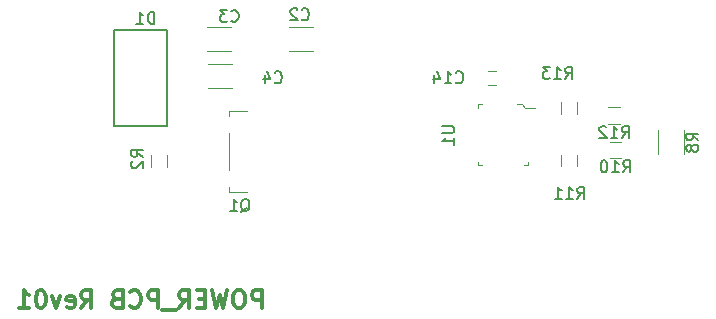
<source format=gbr>
G04 #@! TF.FileFunction,Legend,Bot*
%FSLAX46Y46*%
G04 Gerber Fmt 4.6, Leading zero omitted, Abs format (unit mm)*
G04 Created by KiCad (PCBNEW 4.0.7) date 02/27/19 21:10:27*
%MOMM*%
%LPD*%
G01*
G04 APERTURE LIST*
%ADD10C,0.100000*%
%ADD11C,0.300000*%
%ADD12C,0.120000*%
%ADD13C,0.150000*%
G04 APERTURE END LIST*
D10*
D11*
X73965999Y-85311571D02*
X73965999Y-83811571D01*
X73394571Y-83811571D01*
X73251713Y-83883000D01*
X73180285Y-83954429D01*
X73108856Y-84097286D01*
X73108856Y-84311571D01*
X73180285Y-84454429D01*
X73251713Y-84525857D01*
X73394571Y-84597286D01*
X73965999Y-84597286D01*
X72180285Y-83811571D02*
X71894571Y-83811571D01*
X71751713Y-83883000D01*
X71608856Y-84025857D01*
X71537428Y-84311571D01*
X71537428Y-84811571D01*
X71608856Y-85097286D01*
X71751713Y-85240143D01*
X71894571Y-85311571D01*
X72180285Y-85311571D01*
X72323142Y-85240143D01*
X72465999Y-85097286D01*
X72537428Y-84811571D01*
X72537428Y-84311571D01*
X72465999Y-84025857D01*
X72323142Y-83883000D01*
X72180285Y-83811571D01*
X71037427Y-83811571D02*
X70680284Y-85311571D01*
X70394570Y-84240143D01*
X70108856Y-85311571D01*
X69751713Y-83811571D01*
X69180284Y-84525857D02*
X68680284Y-84525857D01*
X68465998Y-85311571D02*
X69180284Y-85311571D01*
X69180284Y-83811571D01*
X68465998Y-83811571D01*
X66965998Y-85311571D02*
X67465998Y-84597286D01*
X67823141Y-85311571D02*
X67823141Y-83811571D01*
X67251713Y-83811571D01*
X67108855Y-83883000D01*
X67037427Y-83954429D01*
X66965998Y-84097286D01*
X66965998Y-84311571D01*
X67037427Y-84454429D01*
X67108855Y-84525857D01*
X67251713Y-84597286D01*
X67823141Y-84597286D01*
X66680284Y-85454429D02*
X65537427Y-85454429D01*
X65180284Y-85311571D02*
X65180284Y-83811571D01*
X64608856Y-83811571D01*
X64465998Y-83883000D01*
X64394570Y-83954429D01*
X64323141Y-84097286D01*
X64323141Y-84311571D01*
X64394570Y-84454429D01*
X64465998Y-84525857D01*
X64608856Y-84597286D01*
X65180284Y-84597286D01*
X62823141Y-85168714D02*
X62894570Y-85240143D01*
X63108856Y-85311571D01*
X63251713Y-85311571D01*
X63465998Y-85240143D01*
X63608856Y-85097286D01*
X63680284Y-84954429D01*
X63751713Y-84668714D01*
X63751713Y-84454429D01*
X63680284Y-84168714D01*
X63608856Y-84025857D01*
X63465998Y-83883000D01*
X63251713Y-83811571D01*
X63108856Y-83811571D01*
X62894570Y-83883000D01*
X62823141Y-83954429D01*
X61680284Y-84525857D02*
X61465998Y-84597286D01*
X61394570Y-84668714D01*
X61323141Y-84811571D01*
X61323141Y-85025857D01*
X61394570Y-85168714D01*
X61465998Y-85240143D01*
X61608856Y-85311571D01*
X62180284Y-85311571D01*
X62180284Y-83811571D01*
X61680284Y-83811571D01*
X61537427Y-83883000D01*
X61465998Y-83954429D01*
X61394570Y-84097286D01*
X61394570Y-84240143D01*
X61465998Y-84383000D01*
X61537427Y-84454429D01*
X61680284Y-84525857D01*
X62180284Y-84525857D01*
X58680284Y-85311571D02*
X59180284Y-84597286D01*
X59537427Y-85311571D02*
X59537427Y-83811571D01*
X58965999Y-83811571D01*
X58823141Y-83883000D01*
X58751713Y-83954429D01*
X58680284Y-84097286D01*
X58680284Y-84311571D01*
X58751713Y-84454429D01*
X58823141Y-84525857D01*
X58965999Y-84597286D01*
X59537427Y-84597286D01*
X57465999Y-85240143D02*
X57608856Y-85311571D01*
X57894570Y-85311571D01*
X58037427Y-85240143D01*
X58108856Y-85097286D01*
X58108856Y-84525857D01*
X58037427Y-84383000D01*
X57894570Y-84311571D01*
X57608856Y-84311571D01*
X57465999Y-84383000D01*
X57394570Y-84525857D01*
X57394570Y-84668714D01*
X58108856Y-84811571D01*
X56894570Y-84311571D02*
X56537427Y-85311571D01*
X56180285Y-84311571D01*
X55323142Y-83811571D02*
X55180285Y-83811571D01*
X55037428Y-83883000D01*
X54965999Y-83954429D01*
X54894570Y-84097286D01*
X54823142Y-84383000D01*
X54823142Y-84740143D01*
X54894570Y-85025857D01*
X54965999Y-85168714D01*
X55037428Y-85240143D01*
X55180285Y-85311571D01*
X55323142Y-85311571D01*
X55465999Y-85240143D01*
X55537428Y-85168714D01*
X55608856Y-85025857D01*
X55680285Y-84740143D01*
X55680285Y-84383000D01*
X55608856Y-84097286D01*
X55537428Y-83954429D01*
X55465999Y-83883000D01*
X55323142Y-83811571D01*
X53394571Y-85311571D02*
X54251714Y-85311571D01*
X53823142Y-85311571D02*
X53823142Y-83811571D01*
X53965999Y-84025857D01*
X54108857Y-84168714D01*
X54251714Y-84240143D01*
D12*
X76305000Y-61515000D02*
X78305000Y-61515000D01*
X78305000Y-63555000D02*
X76305000Y-63555000D01*
X71320000Y-63555000D02*
X69320000Y-63555000D01*
X69320000Y-61515000D02*
X71320000Y-61515000D01*
X71415000Y-66730000D02*
X69415000Y-66730000D01*
X69415000Y-64690000D02*
X71415000Y-64690000D01*
X93082048Y-66442709D02*
X93782048Y-66442709D01*
X93782048Y-65242709D02*
X93082048Y-65242709D01*
D13*
X61425000Y-69890000D02*
X61425000Y-61780000D01*
X61435000Y-61780000D02*
X65935000Y-61780000D01*
X65935000Y-69890000D02*
X65935000Y-61780000D01*
X61435000Y-69890000D02*
X65935000Y-69890000D01*
D12*
X71220000Y-75110000D02*
X71220000Y-75460000D01*
X71220000Y-75460000D02*
X72720000Y-75460000D01*
X71220000Y-70460000D02*
X71220000Y-73660000D01*
X72720000Y-68660000D02*
X71220000Y-68660000D01*
X71220000Y-68660000D02*
X71220000Y-69060000D01*
X65920000Y-73365000D02*
X65920000Y-72365000D01*
X64560000Y-72365000D02*
X64560000Y-73365000D01*
X107536048Y-70285096D02*
X107536048Y-72285096D01*
X109676048Y-72285096D02*
X109676048Y-70285096D01*
X104407048Y-71240096D02*
X103407048Y-71240096D01*
X103407048Y-72600096D02*
X104407048Y-72600096D01*
X100680249Y-73327709D02*
X100680249Y-72327709D01*
X99320249Y-72327709D02*
X99320249Y-73327709D01*
X104310249Y-68337709D02*
X103310249Y-68337709D01*
X103310249Y-69697709D02*
X104310249Y-69697709D01*
X100680249Y-68882709D02*
X100680249Y-67882709D01*
X99320249Y-67882709D02*
X99320249Y-68882709D01*
D10*
X95582048Y-68050096D02*
X95982048Y-68050096D01*
X95982048Y-68050096D02*
X96282048Y-68350096D01*
X96282048Y-68350096D02*
X97082048Y-68350096D01*
X96482048Y-72950096D02*
X96482048Y-73250096D01*
X96482048Y-73250096D02*
X96182048Y-73250096D01*
X92282048Y-68350096D02*
X92282048Y-68050096D01*
X92282048Y-68050096D02*
X92582048Y-68050096D01*
X92282048Y-72950096D02*
X92282048Y-73250096D01*
X92282048Y-73250096D02*
X92582048Y-73250096D01*
D13*
X77344666Y-60860143D02*
X77392285Y-60907762D01*
X77535142Y-60955381D01*
X77630380Y-60955381D01*
X77773238Y-60907762D01*
X77868476Y-60812524D01*
X77916095Y-60717286D01*
X77963714Y-60526810D01*
X77963714Y-60383952D01*
X77916095Y-60193476D01*
X77868476Y-60098238D01*
X77773238Y-60003000D01*
X77630380Y-59955381D01*
X77535142Y-59955381D01*
X77392285Y-60003000D01*
X77344666Y-60050619D01*
X76963714Y-60050619D02*
X76916095Y-60003000D01*
X76820857Y-59955381D01*
X76582761Y-59955381D01*
X76487523Y-60003000D01*
X76439904Y-60050619D01*
X76392285Y-60145857D01*
X76392285Y-60241095D01*
X76439904Y-60383952D01*
X77011333Y-60955381D01*
X76392285Y-60955381D01*
X71375666Y-60987143D02*
X71423285Y-61034762D01*
X71566142Y-61082381D01*
X71661380Y-61082381D01*
X71804238Y-61034762D01*
X71899476Y-60939524D01*
X71947095Y-60844286D01*
X71994714Y-60653810D01*
X71994714Y-60510952D01*
X71947095Y-60320476D01*
X71899476Y-60225238D01*
X71804238Y-60130000D01*
X71661380Y-60082381D01*
X71566142Y-60082381D01*
X71423285Y-60130000D01*
X71375666Y-60177619D01*
X71042333Y-60082381D02*
X70423285Y-60082381D01*
X70756619Y-60463333D01*
X70613761Y-60463333D01*
X70518523Y-60510952D01*
X70470904Y-60558571D01*
X70423285Y-60653810D01*
X70423285Y-60891905D01*
X70470904Y-60987143D01*
X70518523Y-61034762D01*
X70613761Y-61082381D01*
X70899476Y-61082381D01*
X70994714Y-61034762D01*
X71042333Y-60987143D01*
X75058666Y-66194143D02*
X75106285Y-66241762D01*
X75249142Y-66289381D01*
X75344380Y-66289381D01*
X75487238Y-66241762D01*
X75582476Y-66146524D01*
X75630095Y-66051286D01*
X75677714Y-65860810D01*
X75677714Y-65717952D01*
X75630095Y-65527476D01*
X75582476Y-65432238D01*
X75487238Y-65337000D01*
X75344380Y-65289381D01*
X75249142Y-65289381D01*
X75106285Y-65337000D01*
X75058666Y-65384619D01*
X74201523Y-65622714D02*
X74201523Y-66289381D01*
X74439619Y-65241762D02*
X74677714Y-65956048D01*
X74058666Y-65956048D01*
X90393857Y-66194143D02*
X90441476Y-66241762D01*
X90584333Y-66289381D01*
X90679571Y-66289381D01*
X90822429Y-66241762D01*
X90917667Y-66146524D01*
X90965286Y-66051286D01*
X91012905Y-65860810D01*
X91012905Y-65717952D01*
X90965286Y-65527476D01*
X90917667Y-65432238D01*
X90822429Y-65337000D01*
X90679571Y-65289381D01*
X90584333Y-65289381D01*
X90441476Y-65337000D01*
X90393857Y-65384619D01*
X89441476Y-66289381D02*
X90012905Y-66289381D01*
X89727191Y-66289381D02*
X89727191Y-65289381D01*
X89822429Y-65432238D01*
X89917667Y-65527476D01*
X90012905Y-65575095D01*
X88584333Y-65622714D02*
X88584333Y-66289381D01*
X88822429Y-65241762D02*
X89060524Y-65956048D01*
X88441476Y-65956048D01*
X64863095Y-61242381D02*
X64863095Y-60242381D01*
X64625000Y-60242381D01*
X64482142Y-60290000D01*
X64386904Y-60385238D01*
X64339285Y-60480476D01*
X64291666Y-60670952D01*
X64291666Y-60813810D01*
X64339285Y-61004286D01*
X64386904Y-61099524D01*
X64482142Y-61194762D01*
X64625000Y-61242381D01*
X64863095Y-61242381D01*
X63339285Y-61242381D02*
X63910714Y-61242381D01*
X63625000Y-61242381D02*
X63625000Y-60242381D01*
X63720238Y-60385238D01*
X63815476Y-60480476D01*
X63910714Y-60528095D01*
X72193238Y-77179619D02*
X72288476Y-77132000D01*
X72383714Y-77036762D01*
X72526571Y-76893905D01*
X72621810Y-76846286D01*
X72717048Y-76846286D01*
X72669429Y-77084381D02*
X72764667Y-77036762D01*
X72859905Y-76941524D01*
X72907524Y-76751048D01*
X72907524Y-76417714D01*
X72859905Y-76227238D01*
X72764667Y-76132000D01*
X72669429Y-76084381D01*
X72478952Y-76084381D01*
X72383714Y-76132000D01*
X72288476Y-76227238D01*
X72240857Y-76417714D01*
X72240857Y-76751048D01*
X72288476Y-76941524D01*
X72383714Y-77036762D01*
X72478952Y-77084381D01*
X72669429Y-77084381D01*
X71288476Y-77084381D02*
X71859905Y-77084381D01*
X71574191Y-77084381D02*
X71574191Y-76084381D01*
X71669429Y-76227238D01*
X71764667Y-76322476D01*
X71859905Y-76370095D01*
X63914381Y-72528334D02*
X63438190Y-72195000D01*
X63914381Y-71956905D02*
X62914381Y-71956905D01*
X62914381Y-72337858D01*
X62962000Y-72433096D01*
X63009619Y-72480715D01*
X63104857Y-72528334D01*
X63247714Y-72528334D01*
X63342952Y-72480715D01*
X63390571Y-72433096D01*
X63438190Y-72337858D01*
X63438190Y-71956905D01*
X63009619Y-72909286D02*
X62962000Y-72956905D01*
X62914381Y-73052143D01*
X62914381Y-73290239D01*
X62962000Y-73385477D01*
X63009619Y-73433096D01*
X63104857Y-73480715D01*
X63200095Y-73480715D01*
X63342952Y-73433096D01*
X63914381Y-72861667D01*
X63914381Y-73480715D01*
X110908429Y-71118430D02*
X110432238Y-70785096D01*
X110908429Y-70547001D02*
X109908429Y-70547001D01*
X109908429Y-70927954D01*
X109956048Y-71023192D01*
X110003667Y-71070811D01*
X110098905Y-71118430D01*
X110241762Y-71118430D01*
X110337000Y-71070811D01*
X110384619Y-71023192D01*
X110432238Y-70927954D01*
X110432238Y-70547001D01*
X110337000Y-71689858D02*
X110289381Y-71594620D01*
X110241762Y-71547001D01*
X110146524Y-71499382D01*
X110098905Y-71499382D01*
X110003667Y-71547001D01*
X109956048Y-71594620D01*
X109908429Y-71689858D01*
X109908429Y-71880335D01*
X109956048Y-71975573D01*
X110003667Y-72023192D01*
X110098905Y-72070811D01*
X110146524Y-72070811D01*
X110241762Y-72023192D01*
X110289381Y-71975573D01*
X110337000Y-71880335D01*
X110337000Y-71689858D01*
X110384619Y-71594620D01*
X110432238Y-71547001D01*
X110527477Y-71499382D01*
X110717953Y-71499382D01*
X110813191Y-71547001D01*
X110860810Y-71594620D01*
X110908429Y-71689858D01*
X110908429Y-71880335D01*
X110860810Y-71975573D01*
X110813191Y-72023192D01*
X110717953Y-72070811D01*
X110527477Y-72070811D01*
X110432238Y-72023192D01*
X110384619Y-71975573D01*
X110337000Y-71880335D01*
X104549905Y-73822477D02*
X104883239Y-73346286D01*
X105121334Y-73822477D02*
X105121334Y-72822477D01*
X104740381Y-72822477D01*
X104645143Y-72870096D01*
X104597524Y-72917715D01*
X104549905Y-73012953D01*
X104549905Y-73155810D01*
X104597524Y-73251048D01*
X104645143Y-73298667D01*
X104740381Y-73346286D01*
X105121334Y-73346286D01*
X103597524Y-73822477D02*
X104168953Y-73822477D01*
X103883239Y-73822477D02*
X103883239Y-72822477D01*
X103978477Y-72965334D01*
X104073715Y-73060572D01*
X104168953Y-73108191D01*
X102978477Y-72822477D02*
X102883238Y-72822477D01*
X102788000Y-72870096D01*
X102740381Y-72917715D01*
X102692762Y-73012953D01*
X102645143Y-73203429D01*
X102645143Y-73441525D01*
X102692762Y-73632001D01*
X102740381Y-73727239D01*
X102788000Y-73774858D01*
X102883238Y-73822477D01*
X102978477Y-73822477D01*
X103073715Y-73774858D01*
X103121334Y-73727239D01*
X103168953Y-73632001D01*
X103216572Y-73441525D01*
X103216572Y-73203429D01*
X103168953Y-73012953D01*
X103121334Y-72917715D01*
X103073715Y-72870096D01*
X102978477Y-72822477D01*
X100680857Y-76068381D02*
X101014191Y-75592190D01*
X101252286Y-76068381D02*
X101252286Y-75068381D01*
X100871333Y-75068381D01*
X100776095Y-75116000D01*
X100728476Y-75163619D01*
X100680857Y-75258857D01*
X100680857Y-75401714D01*
X100728476Y-75496952D01*
X100776095Y-75544571D01*
X100871333Y-75592190D01*
X101252286Y-75592190D01*
X99728476Y-76068381D02*
X100299905Y-76068381D01*
X100014191Y-76068381D02*
X100014191Y-75068381D01*
X100109429Y-75211238D01*
X100204667Y-75306476D01*
X100299905Y-75354095D01*
X98776095Y-76068381D02*
X99347524Y-76068381D01*
X99061810Y-76068381D02*
X99061810Y-75068381D01*
X99157048Y-75211238D01*
X99252286Y-75306476D01*
X99347524Y-75354095D01*
X104453106Y-70920090D02*
X104786440Y-70443899D01*
X105024535Y-70920090D02*
X105024535Y-69920090D01*
X104643582Y-69920090D01*
X104548344Y-69967709D01*
X104500725Y-70015328D01*
X104453106Y-70110566D01*
X104453106Y-70253423D01*
X104500725Y-70348661D01*
X104548344Y-70396280D01*
X104643582Y-70443899D01*
X105024535Y-70443899D01*
X103500725Y-70920090D02*
X104072154Y-70920090D01*
X103786440Y-70920090D02*
X103786440Y-69920090D01*
X103881678Y-70062947D01*
X103976916Y-70158185D01*
X104072154Y-70205804D01*
X103119773Y-70015328D02*
X103072154Y-69967709D01*
X102976916Y-69920090D01*
X102738820Y-69920090D01*
X102643582Y-69967709D01*
X102595963Y-70015328D01*
X102548344Y-70110566D01*
X102548344Y-70205804D01*
X102595963Y-70348661D01*
X103167392Y-70920090D01*
X102548344Y-70920090D01*
X99664857Y-65908381D02*
X99998191Y-65432190D01*
X100236286Y-65908381D02*
X100236286Y-64908381D01*
X99855333Y-64908381D01*
X99760095Y-64956000D01*
X99712476Y-65003619D01*
X99664857Y-65098857D01*
X99664857Y-65241714D01*
X99712476Y-65336952D01*
X99760095Y-65384571D01*
X99855333Y-65432190D01*
X100236286Y-65432190D01*
X98712476Y-65908381D02*
X99283905Y-65908381D01*
X98998191Y-65908381D02*
X98998191Y-64908381D01*
X99093429Y-65051238D01*
X99188667Y-65146476D01*
X99283905Y-65194095D01*
X98379143Y-64908381D02*
X97760095Y-64908381D01*
X98093429Y-65289333D01*
X97950571Y-65289333D01*
X97855333Y-65336952D01*
X97807714Y-65384571D01*
X97760095Y-65479810D01*
X97760095Y-65717905D01*
X97807714Y-65813143D01*
X97855333Y-65860762D01*
X97950571Y-65908381D01*
X98236286Y-65908381D01*
X98331524Y-65860762D01*
X98379143Y-65813143D01*
X89264969Y-69905971D02*
X90074493Y-69905971D01*
X90169731Y-69953590D01*
X90217350Y-70001209D01*
X90264969Y-70096447D01*
X90264969Y-70286924D01*
X90217350Y-70382162D01*
X90169731Y-70429781D01*
X90074493Y-70477400D01*
X89264969Y-70477400D01*
X90264969Y-71477400D02*
X90264969Y-70905971D01*
X90264969Y-71191685D02*
X89264969Y-71191685D01*
X89407826Y-71096447D01*
X89503064Y-71001209D01*
X89550683Y-70905971D01*
M02*

</source>
